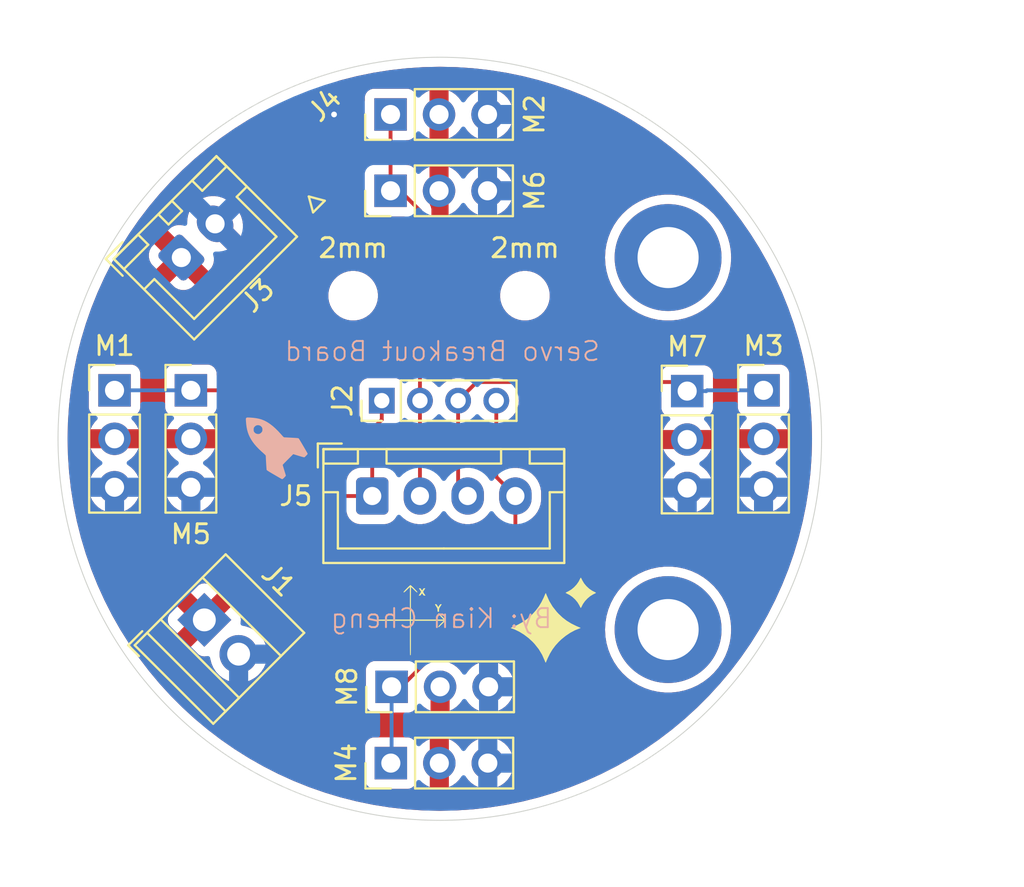
<source format=kicad_pcb>
(kicad_pcb (version 20240108) (generator "pcbnew") (generator_version "8.0")
  (layers (0 "F.Cu" signal) (31 "B.Cu" signal) (34 "B.Paste" user) (35 "F.Paste" user) (36 "B.SilkS" user "B.Silkscreen") (37 "F.SilkS" user "F.Silkscreen") (38 "B.Mask" user) (39 "F.Mask" user) (44 "Edge.Cuts" user))
  (net 0 "")
  (net 1 "GND")
  (net 2 "+5V")
  (net 3 "Net-(J2-Pin_2)")
  (net 4 "Net-(J2-Pin_1)")
  (net 5 "Net-(J2-Pin_4)")
  (net 6 "Net-(J2-Pin_3)")
  (footprint "MountingHole:MountingHole_3.2mm_M3_DIN965_Pad_TopBottom" (layer "F.Cu") (at 52.96 62.5)
    (property "Reference" "M3" (hide yes))
    (property "Value" "MountingHole_3.2mm_M3_DIN965_Pad_TopBottom")
    (pad "1" thru_hole circle (at 0 0) (size 3.6 3.6) (drill 3.2) (layers "*.Cu" "*.Mask"))
    (pad "1" connect circle (at 0 0) (size 5.6 5.6) (layers "F.Cu" "F.Mask"))
    (pad "1" connect circle (at 0 0) (size 5.6 5.6) (layers "B.Cu" "B.Mask"))
  )
  (footprint "Connector_PinHeader_2.54mm:PinHeader_1x03_P2.54mm_Vertical" (layer "F.Cu") (at 23.96 49.96)
    (property "Reference" "M1" (at 0 -2.33 0) (layer "F.SilkS"))
    (property "Value" "Motor_Servo")
    (fp_line (start -1.33 -1.33) (end 0 -1.33) (stroke (width 0.12)) (layer "F.SilkS"))
    (fp_line (start -1.33 0) (end -1.33 -1.33) (stroke (width 0.12)) (layer "F.SilkS"))
    (fp_line (start -1.33 1.27) (end -1.33 6.41) (stroke (width 0.12)) (layer "F.SilkS"))
    (fp_line (start -1.33 1.27) (end 1.33 1.27) (stroke (width 0.12)) (layer "F.SilkS"))
    (fp_line (start -1.33 6.41) (end 1.33 6.41) (stroke (width 0.12)) (layer "F.SilkS"))
    (fp_line (start 1.33 1.27) (end 1.33 6.41) (stroke (width 0.12)) (layer "F.SilkS"))
    (pad "1" thru_hole rect (at 0 0) (size 1.7 1.7) (drill 1) (layers "*.Cu" "*.Mask") (net 4 "Net-(J2-Pin_1)"))
    (pad "2" thru_hole oval (at 0 2.54) (size 1.7 1.7) (drill 1) (layers "*.Cu" "*.Mask") (net 2 "+5V"))
    (pad "3" thru_hole oval (at 0 5.08) (size 1.7 1.7) (drill 1) (layers "*.Cu" "*.Mask") (net 1 "GND"))
  )
  (footprint "Connector_PinHeader_2.54mm:PinHeader_1x03_P2.54mm_Vertical" (layer "F.Cu") (at 38.42 35.5 90)
    (property "Reference" "M2" (at 0 7.54 90) (layer "F.SilkS"))
    (property "Value" "Motor_Servo")
    (fp_line (start -1.33 -1.33) (end 0 -1.33) (stroke (width 0.12)) (layer "F.SilkS"))
    (fp_line (start -1.33 0) (end -1.33 -1.33) (stroke (width 0.12)) (layer "F.SilkS"))
    (fp_line (start 1.33 1.27) (end 1.33 6.41) (stroke (width 0.12)) (layer "F.SilkS"))
    (fp_line (start -1.33 1.27) (end 1.33 1.27) (stroke (width 0.12)) (layer "F.SilkS"))
    (fp_line (start -1.33 1.27) (end -1.33 6.41) (stroke (width 0.12)) (layer "F.SilkS"))
    (fp_line (start -1.33 6.41) (end 1.33 6.41) (stroke (width 0.12)) (layer "F.SilkS"))
    (pad "1" thru_hole rect (at 0 0 90) (size 1.7 1.7) (drill 1) (layers "*.Cu" "*.Mask") (net 3 "Net-(J2-Pin_2)"))
    (pad "2" thru_hole oval (at 0 2.54 90) (size 1.7 1.7) (drill 1) (layers "*.Cu" "*.Mask") (net 2 "+5V"))
    (pad "3" thru_hole oval (at 0 5.08 90) (size 1.7 1.7) (drill 1) (layers "*.Cu" "*.Mask") (net 1 "GND"))
  )
  (footprint "Connector_PinHeader_2.54mm:PinHeader_1x03_P2.54mm_Vertical" (layer "F.Cu") (at 27.96 49.96)
    (property "Reference" "M5" (at 0 7.54 0) (layer "F.SilkS"))
    (property "Value" "Motor_Servo")
    (fp_line (start -1.33 -1.33) (end 0 -1.33) (stroke (width 0.12)) (layer "F.SilkS"))
    (fp_line (start -1.33 0) (end -1.33 -1.33) (stroke (width 0.12)) (layer "F.SilkS"))
    (fp_line (start -1.33 1.27) (end -1.33 6.41) (stroke (width 0.12)) (layer "F.SilkS"))
    (fp_line (start -1.33 1.27) (end 1.33 1.27) (stroke (width 0.12)) (layer "F.SilkS"))
    (fp_line (start -1.33 6.41) (end 1.33 6.41) (stroke (width 0.12)) (layer "F.SilkS"))
    (fp_line (start 1.33 1.27) (end 1.33 6.41) (stroke (width 0.12)) (layer "F.SilkS"))
    (pad "1" thru_hole rect (at 0 0) (size 1.7 1.7) (drill 1) (layers "*.Cu" "*.Mask") (net 4 "Net-(J2-Pin_1)"))
    (pad "2" thru_hole oval (at 0 2.54) (size 1.7 1.7) (drill 1) (layers "*.Cu" "*.Mask") (net 2 "+5V"))
    (pad "3" thru_hole oval (at 0 5.08) (size 1.7 1.7) (drill 1) (layers "*.Cu" "*.Mask") (net 1 "GND"))
  )
  (footprint "MountingHole:MountingHole_2.1mm" (layer "F.Cu") (at 45.46 45)
    (property "Reference" "2mm" (at 0 -2.5 0) (layer "F.SilkS"))
    (property "Value" "MountingHole_2.1mm")
    (pad "" np_thru_hole circle (at 0 0) (size 2.1 2.1) (drill 2.1) (layers "*.Cu" "*.Mask"))
  )
  (footprint "Connector_PinHeader_2.54mm:PinHeader_1x03_P2.54mm_Vertical" (layer "F.Cu") (at 53.96 50)
    (property "Reference" "M7" (at 0 -2.33 0) (layer "F.SilkS"))
    (property "Value" "Motor_Servo")
    (fp_line (start -1.33 -1.33) (end 0 -1.33) (stroke (width 0.12)) (layer "F.SilkS"))
    (fp_line (start -1.33 0) (end -1.33 -1.33) (stroke (width 0.12)) (layer "F.SilkS"))
    (fp_line (start -1.33 1.27) (end -1.33 6.41) (stroke (width 0.12)) (layer "F.SilkS"))
    (fp_line (start -1.33 1.27) (end 1.33 1.27) (stroke (width 0.12)) (layer "F.SilkS"))
    (fp_line (start -1.33 6.41) (end 1.33 6.41) (stroke (width 0.12)) (layer "F.SilkS"))
    (fp_line (start 1.33 1.27) (end 1.33 6.41) (stroke (width 0.12)) (layer "F.SilkS"))
    (pad "1" thru_hole rect (at 0 0) (size 1.7 1.7) (drill 1) (layers "*.Cu" "*.Mask") (net 6 "Net-(J2-Pin_3)"))
    (pad "2" thru_hole oval (at 0 2.54) (size 1.7 1.7) (drill 1) (layers "*.Cu" "*.Mask") (net 2 "+5V"))
    (pad "3" thru_hole oval (at 0 5.08) (size 1.7 1.7) (drill 1) (layers "*.Cu" "*.Mask") (net 1 "GND"))
  )
  (footprint "MountingHole:MountingHole_3.2mm_M3_DIN965_Pad_TopBottom" (layer "F.Cu") (at 52.96 43)
    (property "Reference" "M3" (hide yes))
    (property "Value" "MountingHole_3.2mm_M3_DIN965_Pad_TopBottom")
    (pad "1" thru_hole circle (at 0 0) (size 3.6 3.6) (drill 3.2) (layers "*.Cu" "*.Mask"))
    (pad "1" connect circle (at 0 0) (size 5.6 5.6) (layers "F.Cu" "F.Mask"))
    (pad "1" connect circle (at 0 0) (size 5.6 5.6) (layers "B.Cu" "B.Mask"))
  )
  (footprint "Connector_PinHeader_2.00mm:PinHeader_1x04_P2.00mm_Vertical" (layer "F.Cu") (at 37.96 50.5 90)
    (property "Reference" "J2" (at 0 -2.06 90) (layer "F.SilkS"))
    (property "Value" "Conn_01x04_Pin")
    (fp_line (start -1.06 -1.06) (end 0 -1.06) (stroke (width 0.12)) (layer "F.SilkS"))
    (fp_line (start -1.06 0) (end -1.06 -1.06) (stroke (width 0.12)) (layer "F.SilkS"))
    (fp_line (start 1.06 1) (end 1.06 7.06) (stroke (width 0.12)) (layer "F.SilkS"))
    (fp_line (start -1.06 1) (end 1.06 1) (stroke (width 0.12)) (layer "F.SilkS"))
    (fp_line (start -1.06 1) (end -1.06 7.06) (stroke (width 0.12)) (layer "F.SilkS"))
    (fp_line (start -1.06 7.06) (end 1.06 7.06) (stroke (width 0.12)) (layer "F.SilkS"))
    (pad "1" thru_hole rect (at 0 0 90) (size 1.35 1.35) (drill 0.8) (layers "*.Cu" "*.Mask") (net 4 "Net-(J2-Pin_1)"))
    (pad "2" thru_hole oval (at 0 2 90) (size 1.35 1.35) (drill 0.8) (layers "*.Cu" "*.Mask") (net 3 "Net-(J2-Pin_2)"))
    (pad "3" thru_hole oval (at 0 4 90) (size 1.35 1.35) (drill 0.8) (layers "*.Cu" "*.Mask") (net 6 "Net-(J2-Pin_3)"))
    (pad "4" thru_hole oval (at 0 6 90) (size 1.35 1.35) (drill 0.8) (layers "*.Cu" "*.Mask") (net 5 "Net-(J2-Pin_4)"))
  )
  (footprint "MountingHole:MountingHole_2.1mm" (layer "F.Cu") (at 36.46 45)
    (property "Reference" "2mm" (at 0 -2.5 0) (layer "F.SilkS"))
    (property "Value" "MountingHole_2.1mm")
    (pad "" np_thru_hole circle (at 0 0) (size 2.1 2.1) (drill 2.1) (layers "*.Cu" "*.Mask"))
  )
  (footprint "Connector_PinHeader_2.54mm:PinHeader_1x03_P2.54mm_Vertical" (layer "F.Cu") (at 38.475 65.5 90)
    (property "Reference" "M8" (at 0 -2.33 90) (layer "F.SilkS"))
    (property "Value" "Motor_Servo")
    (fp_line (start -1.33 -1.33) (end 0 -1.33) (stroke (width 0.12)) (layer "F.SilkS"))
    (fp_line (start -1.33 0) (end -1.33 -1.33) (stroke (width 0.12)) (layer "F.SilkS"))
    (fp_line (start 1.33 1.27) (end 1.33 6.41) (stroke (width 0.12)) (layer "F.SilkS"))
    (fp_line (start -1.33 1.27) (end 1.33 1.27) (stroke (width 0.12)) (layer "F.SilkS"))
    (fp_line (start -1.33 1.27) (end -1.33 6.41) (stroke (width 0.12)) (layer "F.SilkS"))
    (fp_line (start -1.33 6.41) (end 1.33 6.41) (stroke (width 0.12)) (layer "F.SilkS"))
    (pad "1" thru_hole rect (at 0 0 90) (size 1.7 1.7) (drill 1) (layers "*.Cu" "*.Mask") (net 5 "Net-(J2-Pin_4)"))
    (pad "2" thru_hole oval (at 0 2.54 90) (size 1.7 1.7) (drill 1) (layers "*.Cu" "*.Mask") (net 2 "+5V"))
    (pad "3" thru_hole oval (at 0 5.08 90) (size 1.7 1.7) (drill 1) (layers "*.Cu" "*.Mask") (net 1 "GND"))
  )
  (footprint "Connector_PinHeader_2.54mm:PinHeader_1x03_P2.54mm_Vertical" (layer "F.Cu") (at 38.435 69.5 90)
    (property "Reference" "M4" (at 0 -2.33 90) (layer "F.SilkS"))
    (property "Value" "Motor_Servo")
    (fp_line (start -1.33 -1.33) (end 0 -1.33) (stroke (width 0.12)) (layer "F.SilkS"))
    (fp_line (start -1.33 0) (end -1.33 -1.33) (stroke (width 0.12)) (layer "F.SilkS"))
    (fp_line (start 1.33 1.27) (end 1.33 6.41) (stroke (width 0.12)) (layer "F.SilkS"))
    (fp_line (start -1.33 1.27) (end 1.33 1.27) (stroke (width 0.12)) (layer "F.SilkS"))
    (fp_line (start -1.33 1.27) (end -1.33 6.41) (stroke (width 0.12)) (layer "F.SilkS"))
    (fp_line (start -1.33 6.41) (end 1.33 6.41) (stroke (width 0.12)) (layer "F.SilkS"))
    (pad "1" thru_hole rect (at 0 0 90) (size 1.7 1.7) (drill 1) (layers "*.Cu" "*.Mask") (net 5 "Net-(J2-Pin_4)"))
    (pad "2" thru_hole oval (at 0 2.54 90) (size 1.7 1.7) (drill 1) (layers "*.Cu" "*.Mask") (net 2 "+5V"))
    (pad "3" thru_hole oval (at 0 5.08 90) (size 1.7 1.7) (drill 1) (layers "*.Cu" "*.Mask") (net 1 "GND"))
  )
  (footprint "Connector_PinHeader_2.54mm:PinHeader_1x03_P2.54mm_Vertical" (layer "F.Cu") (at 57.96 49.96)
    (property "Reference" "M3" (at 0 -2.33 0) (layer "F.SilkS"))
    (property "Value" "Motor_Servo")
    (fp_line (start -1.33 -1.33) (end 0 -1.33) (stroke (width 0.12)) (layer "F.SilkS"))
    (fp_line (start -1.33 0) (end -1.33 -1.33) (stroke (width 0.12)) (layer "F.SilkS"))
    (fp_line (start -1.33 1.27) (end -1.33 6.41) (stroke (width 0.12)) (layer "F.SilkS"))
    (fp_line (start -1.33 1.27) (end 1.33 1.27) (stroke (width 0.12)) (layer "F.SilkS"))
    (fp_line (start -1.33 6.41) (end 1.33 6.41) (stroke (width 0.12)) (layer "F.SilkS"))
    (fp_line (start 1.33 1.27) (end 1.33 6.41) (stroke (width 0.12)) (layer "F.SilkS"))
    (pad "1" thru_hole rect (at 0 0) (size 1.7 1.7) (drill 1) (layers "*.Cu" "*.Mask") (net 6 "Net-(J2-Pin_3)"))
    (pad "2" thru_hole oval (at 0 2.54) (size 1.7 1.7) (drill 1) (layers "*.Cu" "*.Mask") (net 2 "+5V"))
    (pad "3" thru_hole oval (at 0 5.08) (size 1.7 1.7) (drill 1) (layers "*.Cu" "*.Mask") (net 1 "GND"))
  )
  (footprint "Connector_JST:JST_XH_B2B-XH-A_1x02_P2.50mm_Vertical" (layer "F.Cu") (at 27.46 43 45)
    (property "Reference" "J3" (at 1.414214 4.242641 45) (layer "F.SilkS"))
    (property "Value" "Conn_01x02")
    (fp_line (start -2.85 -2.75) (end -2.85 -1.5) (stroke (width 0.12)) (layer "F.SilkS"))
    (fp_line (start -2.56 -2.46) (end -2.56 3.51) (stroke (width 0.12)) (layer "F.SilkS"))
    (fp_line (start -2.55 -2.45) (end -2.55 -1.7) (stroke (width 0.12)) (layer "F.SilkS"))
    (fp_line (start -1.6 -2.75) (end -2.85 -2.75) (stroke (width 0.12)) (layer "F.SilkS"))
    (fp_line (start -2.55 -1.7) (end -0.750001 -1.7) (stroke (width 0.12)) (layer "F.SilkS"))
    (fp_line (start -0.75 -2.450001) (end -2.55 -2.45) (stroke (width 0.12)) (layer "F.SilkS"))
    (fp_line (start -2.55 -0.2) (end -1.8 -0.2) (stroke (width 0.12)) (layer "F.SilkS"))
    (fp_line (start -0.750001 -1.7) (end -0.75 -2.450001) (stroke (width 0.12)) (layer "F.SilkS"))
    (fp_line (start -1.8 -0.2) (end -1.8 2.75) (stroke (width 0.12)) (layer "F.SilkS"))
    (fp_line (start 0.75 -2.450001) (end 0.750001 -1.7) (stroke (width 0.12)) (layer "F.SilkS"))
    (fp_line (start 0.750001 -1.7) (end 1.749999 -1.7) (stroke (width 0.12)) (layer "F.SilkS"))
    (fp_line (start 1.749999 -2.45) (end 0.75 -2.450001) (stroke (width 0.12)) (layer "F.SilkS"))
    (fp_line (start 1.749999 -1.7) (end 1.749999 -2.45) (stroke (width 0.12)) (layer "F.SilkS"))
    (fp_line (start 3.25 -2.450001) (end 3.250001 -1.7) (stroke (width 0.12)) (layer "F.SilkS"))
    (fp_line (start -1.8 2.75) (end 1.25 2.75) (stroke (width 0.12)) (layer "F.SilkS"))
    (fp_line (start -2.56 3.51) (end 5.06 3.51) (stroke (width 0.12)) (layer "F.SilkS"))
    (fp_line (start 3.250001 -1.7) (end 5.05 -1.7) (stroke (width 0.12)) (layer "F.SilkS"))
    (fp_line (start 5.06 -2.46) (end -2.56 -2.46) (stroke (width 0.12)) (layer "F.SilkS"))
    (fp_line (start 5.05 -2.45) (end 3.25 -2.450001) (stroke (width 0.12)) (layer "F.SilkS"))
    (fp_line (start 5.05 -1.7) (end 5.05 -2.45) (stroke (width 0.12)) (layer "F.SilkS"))
    (fp_line (start 4.3 -0.2) (end 4.3 2.75) (stroke (width 0.12)) (layer "F.SilkS"))
    (fp_line (start 5.05 -0.2) (end 4.3 -0.2) (stroke (width 0.12)) (layer "F.SilkS"))
    (fp_line (start 4.3 2.75) (end 1.25 2.75) (stroke (width 0.12)) (layer "F.SilkS"))
    (fp_line (start 5.06 3.51) (end 5.06 -2.46) (stroke (width 0.12)) (layer "F.SilkS"))
    (pad "1" thru_hole roundrect (at 0 0 45) (size 1.7 2) (drill 1) (layers "*.Cu" "*.Mask") (roundrect_rratio 0.147059) (net 2 "+5V"))
    (pad "2" thru_hole oval (at 2.5 0 45) (size 1.7 2) (drill 1) (layers "*.Cu" "*.Mask") (net 1 "GND"))
  )
  (footprint "TerminalBlock:TerminalBlock_Xinya_XY308-2.54-2P_1x02_P2.54mm_Horizontal" (layer "F.Cu") (at 28.664505 61.992373 -45)
    (property "Reference" "J1" (at 1.27 -4.22 -45) (layer "F.SilkS"))
    (property "Value" "Screw_Terminal_01x02")
    (fp_line (start -1.88 3.76) (end -1.08 3.76) (stroke (width 0.12)) (layer "F.SilkS"))
    (fp_line (start -1.64 3.52) (end 4.18 3.52) (stroke (width 0.12)) (layer "F.SilkS"))
    (fp_line (start -1.88 2.72) (end -1.88 3.76) (stroke (width 0.12)) (layer "F.SilkS"))
    (fp_line (start -1.64 2.600001) (end 4.18 2.6) (stroke (width 0.12)) (layer "F.SilkS"))
    (fp_line (start -1.64 1.6) (end 4.18 1.6) (stroke (width 0.12)) (layer "F.SilkS"))
    (fp_line (start -1.64 -1.501) (end 4.18 -1.501) (stroke (width 0.12)) (layer "F.SilkS"))
    (fp_line (start -1.64 -3.22) (end -1.64 3.52) (stroke (width 0.12)) (layer "F.SilkS"))
    (fp_line (start -1.64 -3.22) (end 4.18 -3.22) (stroke (width 0.12)) (layer "F.SilkS"))
    (fp_line (start 4.18 -3.22) (end 4.18 3.52) (stroke (width 0.12)) (layer "F.SilkS"))
    (pad "1" thru_hole rect (at 0 0 315) (size 2 2) (drill 1.2) (layers "*.Cu" "*.Mask") (net 2 "+5V"))
    (pad "2" thru_hole circle (at 2.54 0 315) (size 2 2) (drill 1.2) (layers "*.Cu" "*.Mask") (net 1 "GND"))
  )
  (footprint "Connector_JST:JST_XH_B4B-XH-A_1x04_P2.50mm_Vertical" (layer "F.Cu") (at 37.46 55.5)
    (property "Reference" "J5" (at -4 0 0) (layer "F.SilkS"))
    (property "Value" "Conn_01x04_Pin")
    (fp_line (start -2.85 -2.75) (end -2.85 -1.5) (stroke (width 0.12)) (layer "F.SilkS"))
    (fp_line (start -2.56 -2.46) (end -2.56 3.51) (stroke (width 0.12)) (layer "F.SilkS"))
    (fp_line (start -2.56 3.51) (end 10.06 3.51) (stroke (width 0.12)) (layer "F.SilkS"))
    (fp_line (start -2.55 -2.45) (end -2.55 -1.7) (stroke (width 0.12)) (layer "F.SilkS"))
    (fp_line (start -2.55 -1.7) (end -0.75 -1.7) (stroke (width 0.12)) (layer "F.SilkS"))
    (fp_line (start -2.55 -0.2) (end -1.8 -0.2) (stroke (width 0.12)) (layer "F.SilkS"))
    (fp_line (start -1.8 -0.2) (end -1.8 2.75) (stroke (width 0.12)) (layer "F.SilkS"))
    (fp_line (start -1.8 2.75) (end 3.75 2.75) (stroke (width 0.12)) (layer "F.SilkS"))
    (fp_line (start -1.6 -2.75) (end -2.85 -2.75) (stroke (width 0.12)) (layer "F.SilkS"))
    (fp_line (start -0.75 -2.45) (end -2.55 -2.45) (stroke (width 0.12)) (layer "F.SilkS"))
    (fp_line (start -0.75 -1.7) (end -0.75 -2.45) (stroke (width 0.12)) (layer "F.SilkS"))
    (fp_line (start 0.75 -2.45) (end 0.75 -1.7) (stroke (width 0.12)) (layer "F.SilkS"))
    (fp_line (start 0.75 -1.7) (end 6.75 -1.7) (stroke (width 0.12)) (layer "F.SilkS"))
    (fp_line (start 6.75 -2.45) (end 0.75 -2.45) (stroke (width 0.12)) (layer "F.SilkS"))
    (fp_line (start 6.75 -1.7) (end 6.75 -2.45) (stroke (width 0.12)) (layer "F.SilkS"))
    (fp_line (start 8.25 -2.45) (end 8.25 -1.7) (stroke (width 0.12)) (layer "F.SilkS"))
    (fp_line (start 8.25 -1.7) (end 10.05 -1.7) (stroke (width 0.12)) (layer "F.SilkS"))
    (fp_line (start 9.3 -0.2) (end 9.3 2.75) (stroke (width 0.12)) (layer "F.SilkS"))
    (fp_line (start 9.3 2.75) (end 3.75 2.75) (stroke (width 0.12)) (layer "F.SilkS"))
    (fp_line (start 10.05 -2.45) (end 8.25 -2.45) (stroke (width 0.12)) (layer "F.SilkS"))
    (fp_line (start 10.05 -1.7) (end 10.05 -2.45) (stroke (width 0.12)) (layer "F.SilkS"))
    (fp_line (start 10.05 -0.2) (end 9.3 -0.2) (stroke (width 0.12)) (layer "F.SilkS"))
    (fp_line (start 10.06 -2.46) (end -2.56 -2.46) (stroke (width 0.12)) (layer "F.SilkS"))
    (fp_line (start 10.06 3.51) (end 10.06 -2.46) (stroke (width 0.12)) (layer "F.SilkS"))
    (pad "1" thru_hole roundrect (at 0 0) (size 1.7 1.95) (drill 0.95) (layers "*.Cu" "*.Mask") (roundrect_rratio 0.147059) (net 4 "Net-(J2-Pin_1)"))
    (pad "2" thru_hole oval (at 2.5 0) (size 1.7 1.95) (drill 0.95) (layers "*.Cu" "*.Mask") (net 3 "Net-(J2-Pin_2)"))
    (pad "3" thru_hole oval (at 5 0) (size 1.7 1.95) (drill 0.95) (layers "*.Cu" "*.Mask") (net 6 "Net-(J2-Pin_3)"))
    (pad "4" thru_hole oval (at 7.5 0) (size 1.7 1.95) (drill 0.95) (layers "*.Cu" "*.Mask") (net 5 "Net-(J2-Pin_4)"))
  )
  (footprint "LOGO" (layer "F.Cu") (at 46.96 62)
    (property "Reference" "G***" (hide yes))
    (property "Value" "LOGO" (hide yes))
    (fp_poly (pts (xy 1.442339 -2.2053) (xy 1.472316 -2.150829) (xy 1.509969 -2.073864) (xy 1.511523 -2.070528) (xy 1.600009 -1.922817) (xy 1.722723 -1.775886) (xy 1.865633 -1.643771) (xy 2.014704 -1.540506) (xy 2.070527 -1.511524) (xy 2.148141 -1.473699) (xy 2.20372 -1.443298) (xy 2.225661 -1.426688) (xy 2.225675 -1.426404) (xy 2.204315 -1.410314) (xy 2.14918 -1.379986) (xy 2.072057 -1.341889) (xy 2.069531 -1.340696) (xy 1.923674 -1.252453) (xy 1.777805 -1.130317) (xy 1.646047 -0.98841) (xy 1.542519 -0.840852) (xy 1.512112 -0.783276) (xy 1.473903 -0.705851) (xy 1.443256 -0.650246) (xy 1.42663 -0.628152) (xy 1.426403 -0.628129) (xy 1.410328 -0.648968) (xy 1.380027 -0.703689) (xy 1.341959 -0.780602) (xy 1.340695 -0.783276) (xy 1.252452 -0.929134) (xy 1.130316 -1.075003) (xy 0.988409 -1.206761) (xy 0.840852 -1.310289) (xy 0.783276 -1.340696) (xy 0.705676 -1.378926) (xy 0.649711 -1.409581) (xy 0.627169 -1.426191) (xy 0.627132 -1.426404) (xy 0.647508 -1.44234) (xy 0.701979 -1.472317) (xy 0.778944 -1.50997) (xy 0.78228 -1.511524) (xy 0.927864 -1.598778) (xy 1.073487 -1.720212) (xy 1.20525 -1.861938) (xy 1.309254 -2.010066) (xy 1.340695 -2.069532) (xy 1.378925 -2.147132) (xy 1.40958 -2.203097) (xy 1.42619 -2.225639) (xy 1.426403 -2.225676)) (fill solid) (layer "F.SilkS"))
    (fp_poly (pts (xy -0.386571 -1.369572) (xy -0.364011 -1.311301) (xy -0.223587 -0.994405) (xy -0.048683 -0.704377) (xy 0.167105 -0.43122) (xy 0.271538 -0.319049) (xy 0.473704 -0.128998) (xy 0.688503 0.035821) (xy 0.926371 0.18213) (xy 1.197742 0.316652) (xy 1.375992 0.392487) (xy 1.412431 0.409144) (xy 1.41361 0.421814) (xy 1.374546 0.438137) (xy 1.338455 0.450027) (xy 1.106711 0.543786) (xy 0.865564 0.675034) (xy 0.626957 0.835994) (xy 0.402836 1.018887) (xy 0.271538 1.144861) (xy 0.09697 1.338516) (xy -0.052579 1.537678) (xy -0.184641 1.75433) (xy -0.306748 2.000454) (xy -0.391537 2.199674) (xy -0.406768 2.231172) (xy -0.420495 2.231679) (xy -0.439242 2.195384) (xy -0.461803 2.137112) (xy -0.602227 1.820217) (xy -0.777131 1.530189) (xy -0.992919 1.257032) (xy -1.097351 1.144861) (xy -1.305793 0.951947) (xy -1.536423 0.775949) (xy -1.777299 0.624644) (xy -2.016476 0.505813) (xy -2.164269 0.450027) (xy -2.225276 0.429024) (xy -2.243552 0.415487) (xy -2.224082 0.401774) (xy -2.201806 0.392487) (xy -1.906026 0.26174) (xy -1.649848 0.123135) (xy -1.422835 -0.030051) (xy -1.214554 -0.20454) (xy -1.097351 -0.319049) (xy -0.922784 -0.512704) (xy -0.773235 -0.711866) (xy -0.641173 -0.928518) (xy -0.519065 -1.174642) (xy -0.434277 -1.373862) (xy -0.419046 -1.40536) (xy -0.405319 -1.405867)) (fill solid) (layer "F.SilkS"))
  )
  (footprint "Connector_PinHeader_2.54mm:PinHeader_1x03_P2.54mm_Vertical" (layer "F.Cu") (at 38.42 39.5 90)
    (property "Reference" "M6" (at 0 7.54 90) (layer "F.SilkS"))
    (property "Value" "Motor_Servo")
    (fp_line (start -1.33 -1.33) (end 0 -1.33) (stroke (width 0.12)) (layer "F.SilkS"))
    (fp_line (start -1.33 0) (end -1.33 -1.33) (stroke (width 0.12)) (layer "F.SilkS"))
    (fp_line (start 1.33 1.27) (end 1.33 6.41) (stroke (width 0.12)) (layer "F.SilkS"))
    (fp_line (start -1.33 1.27) (end 1.33 1.27) (stroke (width 0.12)) (layer "F.SilkS"))
    (fp_line (start -1.33 1.27) (end -1.33 6.41) (stroke (width 0.12)) (layer "F.SilkS"))
    (fp_line (start -1.33 6.41) (end 1.33 6.41) (stroke (width 0.12)) (layer "F.SilkS"))
    (pad "1" thru_hole rect (at 0 0 90) (size 1.7 1.7) (drill 1) (layers "*.Cu" "*.Mask") (net 3 "Net-(J2-Pin_2)"))
    (pad "2" thru_hole oval (at 0 2.54 90) (size 1.7 1.7) (drill 1) (layers "*.Cu" "*.Mask") (net 2 "+5V"))
    (pad "3" thru_hole oval (at 0 5.08 90) (size 1.7 1.7) (drill 1) (layers "*.Cu" "*.Mask") (net 1 "GND"))
  )
  (footprint "Connector_Samtec_MicroPower:Samtec_UMPS-02-XX.X-X-V-S_1x02_P2.0mm_Socket" (layer "F.Cu") (at 33.252893 37.5 45)
    (property "Reference" "J4" (at 2.974874 -0.56066 45) (layer "F.SilkS"))
    (property "Value" "Conn_01x02_Pin")
    (fp_line (start -1 2.25) (end -0.566987 3) (stroke (width 0.12)) (layer "F.SilkS"))
    (fp_line (start -1.433013 3) (end -1 2.25) (stroke (width 0.12)) (layer "F.SilkS"))
    (fp_line (start -0.566987 3) (end -1.433013 3) (stroke (width 0.12)) (layer "F.SilkS"))
    (pad "1" smd roundrect (at -1 0 45) (size 1.3 3.5) (layers "F.Cu" "F.Paste" "F.Mask") (net 2 "+5V"))
    (pad "2" smd roundrect (at 1 0 45) (size 1.3 3.5) (layers "F.Cu" "F.Paste" "F.Mask") (net 1 "GND"))
  )
  (footprint "LOGO" (layer "F.Cu") (at 39.46 62)
    (property "Reference" "G***" (hide yes))
    (property "Value" "LOGO" (hide yes))
    (fp_poly (pts (xy 1.323234 -0.833698) (xy 1.349988 -0.831061) (xy 1.370782 -0.819458) (xy 1.392196 -0.793354) (xy 1.415539 -0.756073) (xy 1.461969 -0.678447) (xy 1.506391 -0.752599) (xy 1.534426 -0.795488) (xy 1.557716 -0.819082) (xy 1.583039 -0.829375) (xy 1.595209 -0.831105) (xy 1.62554 -0.831747) (xy 1.639502 -0.82744) (xy 1.639606 -0.826862) (xy 1.632569 -0.812134) (xy 1.613702 -0.779797) (xy 1.586367 -0.735511) (xy 1.570131 -0.709961) (xy 1.536799 -0.656486) (xy 1.516231 -0.617389) (xy 1.505386 -0.584189) (xy 1.501223 -0.548404) (xy 1.500656 -0.5162) (xy 1.499885 -0.469221) (xy 1.495949 -0.4436) (xy 1.48641 -0.432915) (xy 1.468833 -0.430745) (xy 1.468234 -0.430744) (xy 1.439054 -0.434336) (xy 1.42655 -0.440008) (xy 1.421488 -0.457979) (xy 1.418123 -0.494658) (xy 1.417286 -0.528171) (xy 1.415047 -0.575128) (xy 1.405824 -0.61337) (xy 1.385863 -0.654175) (xy 1.36309 -0.690922) (xy 1.324686 -0.75064) (xy 1.300227 -0.79084) (xy 1.288637 -0.815384) (xy 1.288836 -0.828135) (xy 1.299746 -0.832952) (xy 1.320291 -0.833699)) (fill solid) (layer "F.SilkS"))
    (fp_poly (pts (xy 0.749019 -1.61529) (xy 0.722081 -1.571892) (xy 0.695537 -1.531137) (xy 0.691009 -1.52448) (xy 0.676998 -1.501463) (xy 0.672101 -1.480768) (xy 0.677988 -1.456433) (xy 0.696326 -1.422496) (xy 0.728783 -1.372995) (xy 0.736621 -1.361431) (xy 0.793048 -1.278337) (xy 0.740424 -1.278444) (xy 0.705708 -1.281473) (xy 0.682674 -1.294958) (xy 0.660906 -1.325765) (xy 0.656122 -1.334024) (xy 0.634564 -1.367137) (xy 0.616537 -1.386975) (xy 0.611138 -1.389497) (xy 0.59648 -1.378716) (xy 0.574438 -1.351369) (xy 0.562746 -1.333917) (xy 0.537361 -1.298832) (xy 0.513539 -1.282501) (xy 0.481423 -1.278344) (xy 0.479482 -1.278337) (xy 0.431304 -1.278337) (xy 0.493551 -1.374562) (xy 0.52225 -1.419907) (xy 0.543952 -1.456068) (xy 0.555065 -1.47699) (xy 0.555798 -1.479449) (xy 0.54864 -1.494467) (xy 0.529778 -1.525951) (xy 0.503134 -1.567388) (xy 0.500218 -1.57179) (xy 0.473077 -1.613416) (xy 0.453283 -1.645233) (xy 0.444727 -1.660963) (xy 0.444639 -1.661432) (xy 0.456808 -1.665466) (xy 0.486442 -1.667281) (xy 0.489797 -1.667289) (xy 0.520987 -1.663128) (xy 0.543789 -1.646322) (xy 0.566634 -1.61171) (xy 0.588038 -1.578613) (xy 0.605701 -1.558771) (xy 0.610904 -1.556237) (xy 0.624642 -1.567304) (xy 0.644878 -1.595299) (xy 0.654733 -1.611817) (xy 0.677641 -1.647069) (xy 0.699925 -1.663319) (xy 0.731218 -1.66739) (xy 0.733177 -1.667396) (xy 0.780384 -1.667396)) (fill solid) (layer "F.SilkS"))
    (fp_poly (pts (xy 0.019063 -1.824758) (xy 0.050128 -1.799144) (xy 0.091808 -1.761071) (xy 0.140393 -1.71432) (xy 0.192173 -1.662669) (xy 0.243438 -1.609897) (xy 0.290478 -1.559783) (xy 0.329583 -1.516106) (xy 0.357044 -1.482645) (xy 0.369149 -1.463178) (xy 0.369155 -1.46049) (xy 0.358093 -1.449231) (xy 0.342631 -1.448663) (xy 0.319809 -1.460792) (xy 0.286666 -1.487625) (xy 0.240243 -1.53117) (xy 0.186948 -1.584007) (xy 0.136523 -1.633954) (xy 0.092806 -1.675936) (xy 0.059603 -1.706399) (xy 0.040718 -1.721789) (xy 0.038211 -1.722956) (xy 0.036359 -1.709462) (xy 0.034612 -1.67056) (xy 0.033 -1.608631) (xy 0.031551 -1.526058) (xy 0.030296 -1.425221) (xy 0.029263 -1.308504) (xy 0.028481 -1.178287) (xy 0.027981 -1.036953) (xy 0.02779 -0.886883) (xy 0.02779 -0.875383) (xy 0.02779 -0.02779) (xy 0.885567 -0.02779) (xy 1.743344 -0.02779) (xy 1.595778 -0.177161) (xy 1.531681 -0.243907) (xy 1.487886 -0.294169) (xy 1.463463 -0.329396) (xy 1.457485 -0.351037) (xy 1.469021 -0.36054) (xy 1.477698 -0.36127) (xy 1.492451 -0.351828) (xy 1.522451 -0.326069) (xy 1.563834 -0.287838) (xy 1.612738 -0.240982) (xy 1.665296 -0.189346) (xy 1.717646 -0.136776) (xy 1.765923 -0.08712) (xy 1.806263 -0.044223) (xy 1.834801 -0.01193) (xy 1.847674 0.00591) (xy 1.84803 0.007341) (xy 1.838534 0.021927) (xy 1.812626 0.051673) (xy 1.774174 0.092741) (xy 1.727047 0.141292) (xy 1.675114 0.193488) (xy 1.622243 0.245491) (xy 1.572304 0.293462) (xy 1.529164 0.333562) (xy 1.496693 0.361954) (xy 1.47876 0.374798) (xy 1.477305 0.375164) (xy 1.459608 0.369778) (xy 1.459169 0.352674) (xy 1.476902 0.322428) (xy 1.513725 0.277619) (xy 1.57055 0.216823) (xy 1.595778 0.191055) (xy 1.743344 0.041684) (xy 0.885567 0.041684) (xy 0.02779 0.041684) (xy 0.02779 0.944857) (xy 0.027705 1.129938) (xy 0.027428 1.289026) (xy 0.026921 1.423921) (xy 0.026147 1.536419) (xy 0.02507 1.628319) (xy 0.023652 1.701419) (xy 0.021857 1.757516) (xy 0.019648 1.798409) (xy 0.016987 1.825894) (xy 0.013839 1.84177) (xy 0.010166 1.847834) (xy 0.009263 1.84803) (xy -0.014369 1.841858) (xy -0.018527 1.838767) (xy -0.020133 1.823622) (xy -0.021651 1.783039) (xy -0.023056 1.719368) (xy -0.024325 1.634962) (xy -0.025433 1.532172) (xy -0.026356 1.41335) (xy -0.027071 1.280846) (xy -0.027552 1.137013) (xy -0.027777 0.984201) (xy -0.02779 0.935594) (xy -0.02779 0.041684) (xy -0.929477 0.041684) (xy -1.112124 0.041621) (xy -1.268911 0.041403) (xy -1.401769 0.040985) (xy -1.512627 0.040324) (xy -1.603415 0.039376) (xy -1.676062 0.038097) (xy -1.7325 0.036444) (xy -1.774658 0.034373) (xy -1.804466 0.03184) (xy -1.823853 0.028802) (xy -1.834751 0.025214) (xy -1.83908 0.021054) (xy -1.834903 -0.001612) (xy -1.820637 -0.013683) (xy -1.80054 -0.016868) (xy -1.753271 -0.019666) (xy -1.679448 -0.022067) (xy -1.579688 -0.024062) (xy -1.454606 -0.025641) (xy -1.30482 -0.026795) (xy -1.130946 -0.027513) (xy -0.933601 -0.027788) (xy -0.911034 -0.02779) (xy -0.02779 -0.02779) (xy -0.02779 -0.878609) (xy -0.02779 -1.729427) (xy -0.170451 -1.587252) (xy -0.239255 -1.520971) (xy -0.291717 -1.475793) (xy -0.328822 -1.451099) (xy -0.351557 -1.446267) (xy -0.360907 -1.460676) (xy -0.36127 -1.46702) (xy -0.351757 -1.483875) (xy -0.325829 -1.515687) (xy -0.287403 -1.558503) (xy -0.240395 -1.608368) (xy -0.188723 -1.661328) (xy -0.136303 -1.713427) (xy -0.087051 -1.760711) (xy -0.044884 -1.799226) (xy -0.013719 -1.825017) (xy 0.002323 -1.834136)) (fill solid) (layer "F.SilkS"))
  )
  (footprint "LOGO" (layer "B.Cu") (at 32.46 53 180)
    (property "Reference" "G***" (hide yes))
    (property "Value" "LOGO" (hide yes))
    (fp_poly (pts (xy 1.539139 1.615793) (xy 1.562744 1.613547) (xy 1.578376 1.608448) (xy 1.590482 1.599847) (xy 1.597918 1.59272) (xy 1.608794 1.580945) (xy 1.615786 1.56871) (xy 1.619429 1.551659) (xy 1.620261 1.525437) (xy 1.618818 1.485688) (xy 1.616447 1.442284) (xy 1.602374 1.265289) (xy 1.58086 1.105332) (xy 1.551138 0.959187) (xy 1.512441 0.823629) (xy 1.464002 0.695431) (xy 1.413181 0.587067) (xy 1.343674 0.462004) (xy 1.264288 0.340156) (xy 1.173285 0.219446) (xy 1.068929 0.0978) (xy 0.94948 -0.026858) (xy 0.813202 -0.156605) (xy 0.722743 -0.237663) (xy 0.662283 -0.291878) (xy 0.618286 -0.33391) (xy 0.59015 -0.364381) (xy 0.577273 -0.383913) (xy 0.576255 -0.388606) (xy 0.575811 -0.419695) (xy 0.574211 -0.466349) (xy 0.571636 -0.525507) (xy 0.568268 -0.594103) (xy 0.564289 -0.669073) (xy 0.559881 -0.747353) (xy 0.555225 -0.825879) (xy 0.550504 -0.901586) (xy 0.545899 -0.971411) (xy 0.541592 -1.03229) (xy 0.537764 -1.081157) (xy 0.534599 -1.11495) (xy 0.532277 -1.130604) (xy 0.532213 -1.130786) (xy 0.524973 -1.140542) (xy 0.50816 -1.154911) (xy 0.480453 -1.174736) (xy 0.440532 -1.200861) (xy 0.387074 -1.234128) (xy 0.318761 -1.27538) (xy 0.23427 -1.325461) (xy 0.147816 -1.376145) (xy 0.065494 -1.424123) (xy -0.011942 -1.469056) (xy -0.082363 -1.509723) (xy -0.143642 -1.544903) (xy -0.193649 -1.573375) (xy -0.230256 -1.593919) (xy -0.251334 -1.605315) (xy -0.254648 -1.606915) (xy -0.283477 -1.613264) (xy -0.304031 -1.610757) (xy -0.320128 -1.599878) (xy -0.346601 -1.577077) (xy -0.37931 -1.546061) (xy -0.403522 -1.521632) (xy -0.4426 -1.479338) (xy -0.466363 -1.448917) (xy -0.476005 -1.428721) (xy -0.475855 -1.421781) (xy -0.433726 -1.28435) (xy -0.397884 -1.167002) (xy -0.368244 -1.069458) (xy -0.344723 -0.991439) (xy -0.327235 -0.932666) (xy -0.315699 -0.89286) (xy -0.310028 -0.871741) (xy -0.309365 -0.868161) (xy -0.31666 -0.858692) (xy -0.337425 -0.835934) (xy -0.369983 -0.801623) (xy -0.412656 -0.757492) (xy -0.463765 -0.705278) (xy -0.521633 -0.646716) (xy -0.584581 -0.58354) (xy -0.585973 -0.582149) (xy -0.86258 -0.305695) (xy -1.146701 -0.39289) (xy -1.240799 -0.421364) (xy -1.315905 -0.443164) (xy -1.37319 -0.45859) (xy -1.413825 -0.467942) (xy -1.438981 -0.471521) (xy -1.448821 -0.47039) (xy -1.463511 -0.458932) (xy -1.488853 -0.435717) (xy -1.52085 -0.4045) (xy -1.544975 -0.379995) (xy -1.581657 -0.340869) (xy -1.604475 -0.313012) (xy -1.615485 -0.293484) (xy -1.616739 -0.279347) (xy -1.616328 -0.277862) (xy -1.609035 -0.262617) (xy -1.592236 -0.23152) (xy -1.567345 -0.186989) (xy -1.535776 -0.13144) (xy -1.498944 -0.067291) (xy -1.458265 0.003041) (xy -1.415151 0.07714) (xy -1.371018 0.152588) (xy -1.327282 0.226968) (xy -1.285355 0.297863) (xy -1.246654 0.362856) (xy -1.212592 0.419529) (xy -1.184585 0.465467) (xy -1.164046 0.498251) (xy -1.152391 0.515464) (xy -1.151172 0.516909) (xy -1.144056 0.522812) (xy -1.133576 0.527774) (xy -1.117439 0.532045) (xy -1.09335 0.535877) (xy -1.059015 0.539521) (xy -1.01214 0.543229) (xy -0.95043 0.547251) (xy -0.87159 0.551839) (xy -0.792265 0.556215) (xy -0.707202 0.560793) (xy -0.627153 0.565002) (xy -0.555102 0.568692) (xy -0.494033 0.571715) (xy -0.446931 0.57392) (xy -0.416778 0.575158) (xy -0.409437 0.575362) (xy -0.393707 0.576153) (xy -0.379776 0.579394) (xy -0.365165 0.587222) (xy -0.347391 0.601774) (xy -0.323975 0.625188) (xy -0.292436 0.6596) (xy -0.250293 0.707146) (xy -0.231076 0.728995) (xy -0.074569 0.899414) (xy 0.026792 0.999355) (xy 0.753449 0.999355) (xy 0.75456 0.948428) (xy 0.762007 0.903121) (xy 0.770602 0.880092) (xy 0.801789 0.836497) (xy 0.844342 0.796438) (xy 0.890167 0.767162) (xy 0.902759 0.76178) (xy 0.95983 0.750567) (xy 1.022737 0.754588) (xy 1.08335 0.772952) (xy 1.104858 0.783953) (xy 1.140227 0.810355) (xy 1.17251 0.843535) (xy 1.181697 0.8559) (xy 1.197147 0.882136) (xy 1.205972 0.90743) (xy 1.209932 0.939381) (xy 1.210794 0.981436) (xy 1.209774 1.026232) (xy 1.205527 1.05737) (xy 1.196272 1.082478) (xy 1.181367 1.107471) (xy 1.135595 1.159472) (xy 1.080831 1.194349) (xy 1.020533 1.212304) (xy 0.95816 1.21354) (xy 0.89717 1.198258) (xy 0.841021 1.166662) (xy 0.793172 1.118953) (xy 0.770288 1.083429) (xy 0.758687 1.047242) (xy 0.753449 0.999355) (xy 0.026792 0.999355) (xy 0.077716 1.049566) (xy 0.226443 1.179951) (xy 0.372273 1.29107) (xy 0.515872 1.383424) (xy 0.657903 1.457513) (xy 0.799028 1.513838) (xy 0.816086 1.519477) (xy 0.934733 1.551904) (xy 1.070102 1.578359) (xy 1.218268 1.598255) (xy 1.375308 1.611005) (xy 1.450217 1.614333) (xy 1.503112 1.615839)) (fill solid) (layer "B.SilkS"))
  )
  (gr_circle (center 41 52.5) (end 61 52.5) (stroke (width 0.05)) (fill none) (layer "Edge.Cuts"))
  (gr_text "Servo Breakout Board" (at 49.46 48.5 0) (layer "B.SilkS") (effects (font (size 1 1) (thickness 0.1)) (justify left bottom mirror)))
  (gr_text "By: Kian Cheng" (at 46.96 62.5 0) (layer "B.SilkS") (effects (font (size 1 1) (thickness 0.1)) (justify left bottom mirror)))
  (segment (start 34.167107 36.792893) (end 35.46 35.5) (width 1.6) (layer "F.Cu") (net 1))
  (segment (start 33.96 37) (end 35.96 39) (width 1) (layer "F.Cu") (net 1))
  (segment (start 31.495534 43.5) (end 29.227767 41.232233) (width 1) (layer "F.Cu") (net 1))
  (segment (start 32.96 43.5) (end 31.495534 43.5) (width 1) (layer "F.Cu") (net 1))
  (segment (start 33.96 36.792893) (end 34.167107 36.792893) (width 1) (layer "F.Cu") (net 1))
  (segment (start 35.96 40.5) (end 32.96 43.5) (width 1) (layer "F.Cu") (net 1))
  (segment (start 33.96 36.792893) (end 33.96 37) (width 1) (layer "F.Cu") (net 1))
  (segment (start 35.96 39) (end 35.96 40.5) (width 1) (layer "F.Cu") (net 1))
  (via (at 35.46 35.5) (size 1.5) (drill 0.3) (layers "F.Cu" "B.Cu") (net 1))
  (segment (start 30.667107 38.207107) (end 32.545786 38.207107) (width 1) (layer "F.Cu") (net 2))
  (segment (start 30.667107 38.207107) (end 29.96 37.5) (width 1) (layer "F.Cu") (net 2))
  (segment (start 39.96 40.54) (end 38.42 39) (width 0.2) (layer "F.Cu") (net 3))
  (segment (start 39.96 50.5) (end 39.96 55.5) (width 0.2) (layer "F.Cu") (net 3))
  (segment (start 39.96 50.5) (end 39.96 40.54) (width 0.2) (layer "F.Cu") (net 3))
  (segment (start 38.42 35) (end 38.42 39) (width 0.2) (layer "F.Cu") (net 3))
  (segment (start 37.96 50.5) (end 37.96 51.5) (width 0.2) (layer "F.Cu") (net 4))
  (segment (start 37.46 52) (end 37.46 55.5) (width 0.2) (layer "F.Cu") (net 4))
  (segment (start 37.46 55.5) (end 34.96 55.5) (width 0.2) (layer "F.Cu") (net 4))
  (segment (start 29.42 49.96) (end 27.46 49.96) (width 0.2) (layer "F.Cu") (net 4))
  (segment (start 34.96 55.5) (end 29.42 49.96) (width 0.2) (layer "F.Cu") (net 4))
  (segment (start 37.96 51.5) (end 37.46 52) (width 0.2) (layer "F.Cu") (net 4))
  (segment (start 27.46 49.96) (end 23.46 49.96) (width 0.2) (layer "B.Cu") (net 4))
  (segment (start 43.96 54.5) (end 44.96 55.5) (width 0.2) (layer "F.Cu") (net 5))
  (segment (start 43.96 50.5) (end 43.96 54.5) (width 0.2) (layer "F.Cu") (net 5))
  (segment (start 44.96 59.515) (end 38.475 66) (width 0.2) (layer "F.Cu") (net 5))
  (segment (start 44.96 55.5) (end 44.96 59.515) (width 0.2) (layer "F.Cu") (net 5))
  (segment (start 38.475 66) (end 38.475 69.96) (width 0.2) (layer "B.Cu") (net 5))
  (segment (start 38.475 69.96) (end 38.435 70) (width 0.2) (layer "B.Cu") (net 5))
  (segment (start 42.935 49.525) (end 53.485 49.525) (width 0.2) (layer "F.Cu") (net 6))
  (segment (start 53.485 49.525) (end 53.96 50) (width 0.2) (layer "F.Cu") (net 6))
  (segment (start 53.985 49.525) (end 54.46 50) (width 0.2) (layer "F.Cu") (net 6))
  (segment (start 41.96 51) (end 41.96 55) (width 0.2) (layer "F.Cu") (net 6))
  (segment (start 41.96 50.5) (end 42.935 49.525) (width 0.2) (layer "F.Cu") (net 6))
  (segment (start 41.96 55) (end 42.46 55.5) (width 0.2) (layer "F.Cu") (net 6))
  (segment (start 54.96 50) (end 55 49.96) (width 0.2) (layer "B.Cu") (net 6))
  (segment (start 55 49.96) (end 58.46 49.96) (width 0.2) (layer "B.Cu") (net 6))
  (segment (start 54.46 50) (end 54.96 50) (width 0.2) (layer "B.Cu") (net 6))
  (zone (net 2) (net_name "+5V") (layer "F.Cu") (connect_pads (clearance 0.5)) (min_thickness 0.5) (fill yes (thermal_gap 0.5) (thermal_bridge_width 1))
    (polygon (pts (xy 23.46 33.5) (xy 17.96 33.5) (xy 17.96 71) (xy 21.46 74.5) (xy 64.46 74.5) (xy 65.46 73.5) (xy 65.46 34.5) (xy 61.96 31) (xy 23.46 31)))
  )
  (zone (net 1) (net_name "GND") (layer "B.Cu") (priority 1) (connect_pads (clearance 0.5)) (min_thickness 0.25) (fill yes (thermal_gap 0.5) (thermal_bridge_width 1))
    (polygon (pts (xy 18.46 40) (xy 20.46 35.5) (xy 21.96 29.5) (xy 53.96 30.5) (xy 64.739972 37.220028) (xy 65.96 68.5) (xy 57.46 76) (xy 20.978729 74.481271) (xy 20.46 69)))
  )
)
</source>
